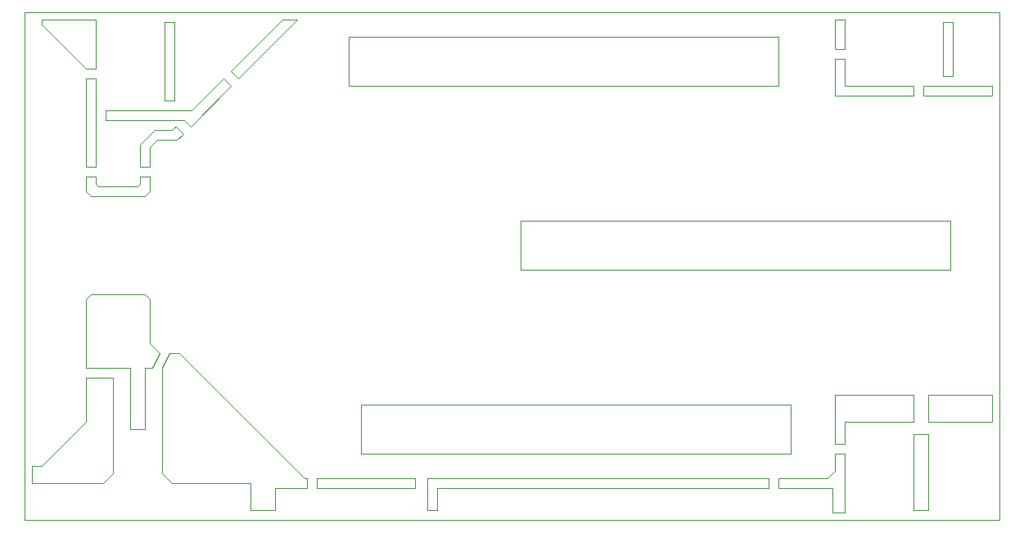
<source format=gbr>
G04 #@! TF.GenerationSoftware,KiCad,Pcbnew,(5.1.6-0-10_14)*
G04 #@! TF.CreationDate,2020-11-02T13:07:56+01:00*
G04 #@! TF.ProjectId,bolidjs,626f6c69-646a-4732-9e6b-696361645f70,1.0*
G04 #@! TF.SameCoordinates,Original*
G04 #@! TF.FileFunction,Profile,NP*
%FSLAX46Y46*%
G04 Gerber Fmt 4.6, Leading zero omitted, Abs format (unit mm)*
G04 Created by KiCad (PCBNEW (5.1.6-0-10_14)) date 2020-11-02 13:07:56*
%MOMM*%
%LPD*%
G01*
G04 APERTURE LIST*
G04 #@! TA.AperFunction,Profile*
%ADD10C,0.050000*%
G04 #@! TD*
G04 APERTURE END LIST*
D10*
X93345000Y-64643000D02*
X92710000Y-65278000D01*
X92583000Y-63881000D02*
X92456000Y-64008000D01*
X93345000Y-64643000D02*
X92583000Y-63881000D01*
X93472000Y-63246000D02*
X94107000Y-63881000D01*
X91440000Y-61214000D02*
X91440000Y-53086000D01*
X92456000Y-61214000D02*
X91440000Y-61214000D01*
X92456000Y-53086000D02*
X92456000Y-61214000D01*
X91440000Y-53086000D02*
X92456000Y-53086000D01*
X94234000Y-62230000D02*
X85344000Y-62230000D01*
X92202000Y-64262000D02*
X92456000Y-64008000D01*
X85344000Y-63246000D02*
X93472000Y-63246000D01*
X85344000Y-62230000D02*
X85344000Y-63246000D01*
X171958000Y-53086000D02*
X171958000Y-58674000D01*
X172974000Y-53086000D02*
X171958000Y-53086000D01*
X172974000Y-58674000D02*
X172974000Y-53086000D01*
X171958000Y-58674000D02*
X172974000Y-58674000D01*
X168910000Y-103632000D02*
X168910000Y-95758000D01*
X170434000Y-103632000D02*
X168910000Y-103632000D01*
X170434000Y-95758000D02*
X170434000Y-103632000D01*
X168910000Y-95758000D02*
X170434000Y-95758000D01*
X119634000Y-103632000D02*
X119634000Y-101346000D01*
X118618000Y-103632000D02*
X119634000Y-103632000D01*
X77724000Y-99060000D02*
X78740000Y-99060000D01*
X83312000Y-89916000D02*
X83312000Y-94488000D01*
X117348000Y-100330000D02*
X107188000Y-100330000D01*
X154940000Y-100330000D02*
X160020000Y-100330000D01*
X160782000Y-97790000D02*
X160782000Y-99568000D01*
X168910000Y-91694000D02*
X160782000Y-91694000D01*
X160782000Y-60706000D02*
X168910000Y-60706000D01*
X160782000Y-56896000D02*
X160782000Y-60706000D01*
X160782000Y-52832000D02*
X161798000Y-52832000D01*
X99060000Y-58928000D02*
X105156000Y-52832000D01*
X89916000Y-69088000D02*
X89916000Y-70612000D01*
X103632000Y-52832000D02*
X105156000Y-52832000D01*
X98298000Y-58166000D02*
X103632000Y-52832000D01*
X99060000Y-58928000D02*
X98298000Y-58166000D01*
X97536000Y-58928000D02*
X98298000Y-59690000D01*
X94234000Y-62230000D02*
X97536000Y-58928000D01*
X90424000Y-64262000D02*
X92202000Y-64262000D01*
X88900000Y-65786000D02*
X90424000Y-64262000D01*
X88900000Y-68072000D02*
X88900000Y-65786000D01*
X89916000Y-68072000D02*
X88900000Y-68072000D01*
X88900000Y-69088000D02*
X89916000Y-69088000D01*
X88900000Y-69850000D02*
X88900000Y-69088000D01*
X88646000Y-70104000D02*
X88900000Y-69850000D01*
X84582000Y-70104000D02*
X88646000Y-70104000D01*
X84328000Y-69850000D02*
X84582000Y-70104000D01*
X84328000Y-69088000D02*
X84328000Y-69850000D01*
X83312000Y-69088000D02*
X84328000Y-69088000D01*
X84328000Y-68072000D02*
X83312000Y-68072000D01*
X84328000Y-58928000D02*
X84328000Y-68072000D01*
X83312000Y-58928000D02*
X84328000Y-58928000D01*
X84328000Y-57912000D02*
X83312000Y-57912000D01*
X84328000Y-57404000D02*
X84328000Y-57912000D01*
X84328000Y-52832000D02*
X84328000Y-57404000D01*
X78740000Y-52832000D02*
X84328000Y-52832000D01*
X78740000Y-53340000D02*
X78740000Y-52832000D01*
X77724000Y-100838000D02*
X77724000Y-99060000D01*
X86106000Y-89916000D02*
X83312000Y-89916000D01*
X84836000Y-88900000D02*
X83312000Y-88900000D01*
X91186000Y-88900000D02*
X91948000Y-87376000D01*
X90170000Y-88900000D02*
X90932000Y-87376000D01*
X106172000Y-101346000D02*
X106172000Y-100330000D01*
X102870000Y-101346000D02*
X106172000Y-101346000D01*
X102870000Y-103632000D02*
X102870000Y-101346000D01*
X100330000Y-103632000D02*
X102870000Y-103632000D01*
X107188000Y-101346000D02*
X107188000Y-100330000D01*
X117348000Y-101346000D02*
X107188000Y-101346000D01*
X117348000Y-100330000D02*
X117348000Y-101346000D01*
X118618000Y-103632000D02*
X118618000Y-100330000D01*
X153924000Y-101346000D02*
X119634000Y-101346000D01*
X153924000Y-100330000D02*
X153924000Y-101346000D01*
X154940000Y-101346000D02*
X154940000Y-100330000D01*
X160528000Y-101346000D02*
X154940000Y-101346000D01*
X160528000Y-103886000D02*
X160528000Y-101346000D01*
X161798000Y-103886000D02*
X160528000Y-103886000D01*
X161798000Y-97790000D02*
X161798000Y-103886000D01*
X160782000Y-97790000D02*
X161798000Y-97790000D01*
X161798000Y-96774000D02*
X160782000Y-96774000D01*
X161798000Y-94488000D02*
X161798000Y-96774000D01*
X168910000Y-94488000D02*
X161798000Y-94488000D01*
X168910000Y-91694000D02*
X168910000Y-94488000D01*
X170434000Y-94488000D02*
X170434000Y-91694000D01*
X177038000Y-94488000D02*
X170434000Y-94488000D01*
X177038000Y-91694000D02*
X177038000Y-94488000D01*
X177038000Y-59690000D02*
X177038000Y-60706000D01*
X169926000Y-59690000D02*
X177038000Y-59690000D01*
X169926000Y-60706000D02*
X169926000Y-59690000D01*
X168910000Y-59690000D02*
X168910000Y-60706000D01*
X161798000Y-59690000D02*
X168910000Y-59690000D01*
X161798000Y-56896000D02*
X161798000Y-59690000D01*
X160782000Y-56896000D02*
X161798000Y-56896000D01*
X161798000Y-55880000D02*
X161798000Y-52832000D01*
X160782000Y-55880000D02*
X161798000Y-55880000D01*
X76962000Y-52070000D02*
X76962000Y-54356000D01*
X105918000Y-52070000D02*
X76962000Y-52070000D01*
X177800000Y-52070000D02*
X160020000Y-52070000D01*
X177800000Y-60706000D02*
X177800000Y-52070000D01*
X177800000Y-104648000D02*
X177800000Y-91694000D01*
X177546000Y-104648000D02*
X177800000Y-104648000D01*
X101854000Y-104648000D02*
X177546000Y-104648000D01*
X76962000Y-98044000D02*
X76962000Y-104648000D01*
X83820000Y-71120000D02*
X84074000Y-71120000D01*
X83312000Y-70612000D02*
X83820000Y-71120000D01*
X83820000Y-81280000D02*
X89408000Y-81280000D01*
X83312000Y-81788000D02*
X83820000Y-81280000D01*
X83312000Y-88900000D02*
X83312000Y-81788000D01*
X82296000Y-95504000D02*
X83312000Y-94488000D01*
X89916000Y-82296000D02*
X89916000Y-81788000D01*
X98298000Y-59690000D02*
X94107000Y-63881000D01*
X105918000Y-52070000D02*
X106680000Y-52070000D01*
X90678000Y-65278000D02*
X92710000Y-65278000D01*
X89916000Y-66040000D02*
X90678000Y-65278000D01*
X89916000Y-68072000D02*
X89916000Y-66040000D01*
X89408000Y-71120000D02*
X89916000Y-70612000D01*
X84074000Y-71120000D02*
X89408000Y-71120000D01*
X83312000Y-69088000D02*
X83312000Y-70612000D01*
X83312000Y-58928000D02*
X83312000Y-68072000D01*
X82296000Y-56896000D02*
X83312000Y-57912000D01*
X78740000Y-53340000D02*
X82296000Y-56896000D01*
X76962000Y-59436000D02*
X76962000Y-54356000D01*
X76962000Y-71374000D02*
X76962000Y-59436000D01*
X76962000Y-81280000D02*
X76962000Y-71374000D01*
X76962000Y-98044000D02*
X76962000Y-81280000D01*
X82296000Y-95504000D02*
X78740000Y-99060000D01*
X89916000Y-81788000D02*
X89408000Y-81280000D01*
X89916000Y-82550000D02*
X89916000Y-82296000D01*
X89916000Y-82804000D02*
X89916000Y-82550000D01*
X89916000Y-86360000D02*
X89916000Y-82804000D01*
X90932000Y-87376000D02*
X89916000Y-86360000D01*
X92964000Y-87376000D02*
X91948000Y-87376000D01*
X105918000Y-100330000D02*
X92964000Y-87376000D01*
X106172000Y-100330000D02*
X105918000Y-100330000D01*
X153924000Y-100330000D02*
X118618000Y-100330000D01*
X160782000Y-99568000D02*
X160020000Y-100330000D01*
X160782000Y-91694000D02*
X160782000Y-96774000D01*
X177038000Y-91694000D02*
X170434000Y-91694000D01*
X177800000Y-60706000D02*
X177800000Y-91694000D01*
X169926000Y-60706000D02*
X177038000Y-60706000D01*
X160782000Y-52832000D02*
X160782000Y-55880000D01*
X106680000Y-52070000D02*
X160020000Y-52070000D01*
X111760000Y-97790000D02*
X111760000Y-92710000D01*
X156210000Y-97790000D02*
X111760000Y-97790000D01*
X156210000Y-92710000D02*
X156210000Y-97790000D01*
X111760000Y-92710000D02*
X156210000Y-92710000D01*
X172720000Y-73660000D02*
X128270000Y-73660000D01*
X172720000Y-78740000D02*
X172720000Y-73660000D01*
X128270000Y-78740000D02*
X172720000Y-78740000D01*
X128270000Y-73660000D02*
X128270000Y-78740000D01*
X154940000Y-54610000D02*
X110490000Y-54610000D01*
X154940000Y-59690000D02*
X154940000Y-54610000D01*
X110490000Y-59690000D02*
X154940000Y-59690000D01*
X110490000Y-54610000D02*
X110490000Y-59690000D01*
X84836000Y-88900000D02*
X85344000Y-88900000D01*
X85090000Y-100838000D02*
X86106000Y-99822000D01*
X77724000Y-100838000D02*
X85090000Y-100838000D01*
X101854000Y-104648000D02*
X76962000Y-104648000D01*
X100330000Y-100838000D02*
X100330000Y-103632000D01*
X92202000Y-100838000D02*
X100330000Y-100838000D01*
X91186000Y-99822000D02*
X92202000Y-100838000D01*
X91186000Y-88900000D02*
X91186000Y-99822000D01*
X89408000Y-88900000D02*
X90170000Y-88900000D01*
X89408000Y-95250000D02*
X89408000Y-88900000D01*
X87884000Y-95250000D02*
X89408000Y-95250000D01*
X87884000Y-88900000D02*
X87884000Y-95250000D01*
X85344000Y-88900000D02*
X87884000Y-88900000D01*
X86106000Y-99822000D02*
X86106000Y-89916000D01*
M02*

</source>
